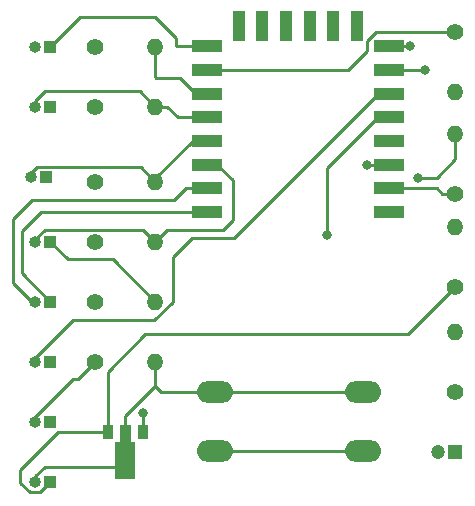
<source format=gbr>
%TF.GenerationSoftware,KiCad,Pcbnew,(5.1.10)-1*%
%TF.CreationDate,2023-02-11T08:53:15-05:00*%
%TF.ProjectId,Optitest,4f707469-7465-4737-942e-6b696361645f,rev?*%
%TF.SameCoordinates,Original*%
%TF.FileFunction,Copper,L1,Top*%
%TF.FilePolarity,Positive*%
%FSLAX46Y46*%
G04 Gerber Fmt 4.6, Leading zero omitted, Abs format (unit mm)*
G04 Created by KiCad (PCBNEW (5.1.10)-1) date 2023-02-11 08:53:15*
%MOMM*%
%LPD*%
G01*
G04 APERTURE LIST*
%TA.AperFunction,SMDPad,CuDef*%
%ADD10R,2.500000X1.100000*%
%TD*%
%TA.AperFunction,SMDPad,CuDef*%
%ADD11R,1.100000X2.500000*%
%TD*%
%TA.AperFunction,ComponentPad*%
%ADD12R,1.200000X1.200000*%
%TD*%
%TA.AperFunction,ComponentPad*%
%ADD13C,1.200000*%
%TD*%
%TA.AperFunction,ComponentPad*%
%ADD14C,1.400000*%
%TD*%
%TA.AperFunction,ComponentPad*%
%ADD15O,1.400000X1.400000*%
%TD*%
%TA.AperFunction,ComponentPad*%
%ADD16R,1.000000X1.000000*%
%TD*%
%TA.AperFunction,ComponentPad*%
%ADD17O,1.000000X1.000000*%
%TD*%
%TA.AperFunction,SMDPad,CuDef*%
%ADD18R,0.900000X1.300000*%
%TD*%
%TA.AperFunction,SMDPad,CuDef*%
%ADD19C,0.100000*%
%TD*%
%TA.AperFunction,ComponentPad*%
%ADD20O,3.048000X1.850000*%
%TD*%
%TA.AperFunction,ViaPad*%
%ADD21C,0.800000*%
%TD*%
%TA.AperFunction,Conductor*%
%ADD22C,0.250000*%
%TD*%
G04 APERTURE END LIST*
D10*
%TO.P,U1,1*%
%TO.N,Net-(U1-Pad1)*%
X126430000Y-81280000D03*
%TO.P,U1,2*%
%TO.N,/To_ADC_2*%
X126430000Y-79280000D03*
%TO.P,U1,3*%
%TO.N,VCC*%
X126430000Y-77280000D03*
%TO.P,U1,4*%
%TO.N,Net-(U1-Pad4)*%
X126430000Y-75280000D03*
%TO.P,U1,5*%
%TO.N,/Buzzer_1*%
X126430000Y-73280000D03*
%TO.P,U1,6*%
%TO.N,/INF*%
X126430000Y-71280000D03*
%TO.P,U1,7*%
%TO.N,/CONF*%
X126430000Y-69280000D03*
%TO.P,U1,8*%
%TO.N,VCC*%
X126430000Y-67280000D03*
%TO.P,U1,9*%
%TO.N,GND*%
X111030000Y-67280000D03*
%TO.P,U1,10*%
%TO.N,/To_R5*%
X111030000Y-69280000D03*
%TO.P,U1,11*%
%TO.N,/EXCELENTE*%
X111030000Y-71280000D03*
%TO.P,U1,12*%
%TO.N,/BUENO*%
X111030000Y-73280000D03*
%TO.P,U1,13*%
%TO.N,/REGULAR*%
X111030000Y-75280000D03*
%TO.P,U1,14*%
%TO.N,/MALO*%
X111030000Y-77280000D03*
%TO.P,U1,15*%
%TO.N,/RXD*%
X111030000Y-79280000D03*
%TO.P,U1,16*%
%TO.N,/TXD*%
X111030000Y-81280000D03*
D11*
%TO.P,U1,17*%
%TO.N,Net-(U1-Pad17)*%
X123740000Y-65580000D03*
%TO.P,U1,18*%
%TO.N,Net-(U1-Pad18)*%
X121740000Y-65580000D03*
%TO.P,U1,19*%
%TO.N,Net-(U1-Pad19)*%
X119740000Y-65580000D03*
%TO.P,U1,20*%
%TO.N,Net-(U1-Pad20)*%
X117740000Y-65580000D03*
%TO.P,U1,21*%
%TO.N,Net-(U1-Pad21)*%
X115740000Y-65580000D03*
%TO.P,U1,22*%
%TO.N,Net-(U1-Pad22)*%
X113740000Y-65580000D03*
%TD*%
D12*
%TO.P,C1,1*%
%TO.N,VCC*%
X132080000Y-101600000D03*
D13*
%TO.P,C1,2*%
%TO.N,GND*%
X130580000Y-101600000D03*
%TD*%
D14*
%TO.P,R1,1*%
%TO.N,VCC*%
X101600000Y-83820000D03*
D15*
%TO.P,R1,2*%
%TO.N,/MALO*%
X106680000Y-83820000D03*
%TD*%
%TO.P,R2,2*%
%TO.N,/REGULAR*%
X106680000Y-78740000D03*
D14*
%TO.P,R2,1*%
%TO.N,VCC*%
X101600000Y-78740000D03*
%TD*%
%TO.P,R3,1*%
%TO.N,VCC*%
X101600000Y-72390000D03*
D15*
%TO.P,R3,2*%
%TO.N,/BUENO*%
X106680000Y-72390000D03*
%TD*%
%TO.P,R4,2*%
%TO.N,/EXCELENTE*%
X106680000Y-67310000D03*
D14*
%TO.P,R4,1*%
%TO.N,VCC*%
X101600000Y-67310000D03*
%TD*%
D15*
%TO.P,R5,2*%
%TO.N,/CONF*%
X132080000Y-91440000D03*
D14*
%TO.P,R5,1*%
%TO.N,VCC*%
X132080000Y-96520000D03*
%TD*%
%TO.P,R6,1*%
%TO.N,/To_R5*%
X132080000Y-66040000D03*
D15*
%TO.P,R6,2*%
%TO.N,GND*%
X132080000Y-71120000D03*
%TD*%
D14*
%TO.P,R7,1*%
%TO.N,Net-(D1-Pad1)*%
X101600000Y-88900000D03*
D15*
%TO.P,R7,2*%
%TO.N,GND*%
X106680000Y-88900000D03*
%TD*%
%TO.P,R8,2*%
%TO.N,GND*%
X106680000Y-93980000D03*
D14*
%TO.P,R8,1*%
%TO.N,Net-(BZ1-Pad2)*%
X101600000Y-93980000D03*
%TD*%
%TO.P,R9,1*%
%TO.N,/BAT*%
X132080000Y-87630000D03*
D15*
%TO.P,R9,2*%
%TO.N,/To_ADC_2*%
X132080000Y-82550000D03*
%TD*%
%TO.P,R10,2*%
%TO.N,GND*%
X132080000Y-74660000D03*
D14*
%TO.P,R10,1*%
%TO.N,/To_ADC_2*%
X132080000Y-79740000D03*
%TD*%
D16*
%TO.P,J5,1*%
%TO.N,/TXD*%
X97790000Y-88900000D03*
D17*
%TO.P,J5,2*%
%TO.N,/RXD*%
X96520000Y-88900000D03*
%TD*%
D18*
%TO.P,U2,1*%
%TO.N,VCC*%
X105640000Y-99950000D03*
%TO.P,U2,3*%
%TO.N,/BAT*%
X102640000Y-99950000D03*
%TA.AperFunction,SMDPad,CuDef*%
D19*
%TO.P,U2,2*%
%TO.N,GND*%
G36*
X103273500Y-103900000D02*
G01*
X103273500Y-100775000D01*
X103690000Y-100775000D01*
X103690000Y-99300000D01*
X104590000Y-99300000D01*
X104590000Y-100775000D01*
X105006500Y-100775000D01*
X105006500Y-103900000D01*
X103273500Y-103900000D01*
G37*
%TD.AperFunction*%
%TD*%
D17*
%TO.P,BZ1,2*%
%TO.N,Net-(BZ1-Pad2)*%
X96520000Y-99060000D03*
D16*
%TO.P,BZ1,1*%
%TO.N,/Buzzer_1*%
X97790000Y-99060000D03*
%TD*%
%TO.P,D1,1*%
%TO.N,Net-(D1-Pad1)*%
X97790000Y-93980000D03*
D17*
%TO.P,D1,2*%
%TO.N,/INF*%
X96520000Y-93980000D03*
%TD*%
D16*
%TO.P,J1,1*%
%TO.N,GND*%
X97790000Y-83820000D03*
D17*
%TO.P,J1,2*%
%TO.N,/MALO*%
X96520000Y-83820000D03*
%TD*%
%TO.P,J2,2*%
%TO.N,/REGULAR*%
X96175001Y-78335001D03*
D16*
%TO.P,J2,1*%
%TO.N,GND*%
X97445001Y-78335001D03*
%TD*%
%TO.P,J3,1*%
%TO.N,GND*%
X97790000Y-72390000D03*
D17*
%TO.P,J3,2*%
%TO.N,/BUENO*%
X96520000Y-72390000D03*
%TD*%
%TO.P,J4,2*%
%TO.N,/EXCELENTE*%
X96520000Y-67310000D03*
D16*
%TO.P,J4,1*%
%TO.N,GND*%
X97790000Y-67310000D03*
%TD*%
%TO.P,J6,1*%
%TO.N,/BAT*%
X97790000Y-104140000D03*
D17*
%TO.P,J6,2*%
%TO.N,GND*%
X96520000Y-104140000D03*
%TD*%
D20*
%TO.P,SW5,1*%
%TO.N,GND*%
X124260000Y-96520000D03*
%TO.P,SW5,2*%
%TO.N,Net-(SW5-Pad2)*%
X124260000Y-101520000D03*
%TO.P,SW5,1*%
%TO.N,GND*%
X111760000Y-96520000D03*
%TO.P,SW5,2*%
%TO.N,Net-(SW5-Pad2)*%
X111760000Y-101520000D03*
%TD*%
D21*
%TO.N,/Buzzer_1*%
X121243700Y-83219900D03*
%TO.N,VCC*%
X105640000Y-98334900D03*
X128280100Y-67280000D03*
X124579900Y-77280000D03*
%TO.N,GND*%
X128929800Y-78404900D03*
%TO.N,/CONF*%
X129510900Y-69280000D03*
%TD*%
D22*
%TO.N,/Buzzer_1*%
X121243700Y-83219900D02*
X121243700Y-77589600D01*
X121243700Y-77589600D02*
X125553200Y-73280000D01*
X125553200Y-73280000D02*
X125730000Y-73280000D01*
%TO.N,Net-(BZ1-Pad2)*%
X96520000Y-99060000D02*
X96520000Y-98630200D01*
X96520000Y-98630200D02*
X99695000Y-95455200D01*
X99695000Y-95455200D02*
X100124800Y-95455200D01*
X100124800Y-95455200D02*
X101600000Y-93980000D01*
%TO.N,VCC*%
X105640000Y-98334900D02*
X105640000Y-99950000D01*
X128280100Y-67280000D02*
X125730000Y-67280000D01*
X124579900Y-77280000D02*
X125730000Y-77280000D01*
%TO.N,GND*%
X106680000Y-88900000D02*
X103075200Y-85295200D01*
X103075200Y-85295200D02*
X99265200Y-85295200D01*
X99265200Y-85295200D02*
X97790000Y-83820000D01*
X132080000Y-74660000D02*
X132080000Y-76817400D01*
X132080000Y-76817400D02*
X130492500Y-78404900D01*
X130492500Y-78404900D02*
X128929800Y-78404900D01*
X124260000Y-96520000D02*
X111760000Y-96520000D01*
X104140000Y-100037500D02*
X104140000Y-102864800D01*
X104140000Y-102864800D02*
X97313800Y-102864800D01*
X97313800Y-102864800D02*
X96520000Y-103658600D01*
X96520000Y-103658600D02*
X96520000Y-104140000D01*
X104140000Y-100037500D02*
X104140000Y-98609900D01*
X104140000Y-98609900D02*
X106680000Y-96069900D01*
X111760000Y-96520000D02*
X107130100Y-96520000D01*
X107130100Y-96520000D02*
X106680000Y-96069900D01*
X106680000Y-93980000D02*
X106680000Y-96069900D01*
X108457700Y-67280000D02*
X111730000Y-67280000D01*
X108457700Y-67280000D02*
X108457700Y-66547700D01*
X108457700Y-66547700D02*
X106680000Y-64770000D01*
X100330000Y-64770000D02*
X97790000Y-67310000D01*
X106680000Y-64770000D02*
X100330000Y-64770000D01*
%TO.N,/INF*%
X125730000Y-71280000D02*
X125553200Y-71280000D01*
X125553200Y-71280000D02*
X113338300Y-83494900D01*
X113338300Y-83494900D02*
X109764200Y-83494900D01*
X109764200Y-83494900D02*
X108176700Y-85082400D01*
X108176700Y-85082400D02*
X108176700Y-88897200D01*
X108176700Y-88897200D02*
X106589200Y-90484700D01*
X106589200Y-90484700D02*
X99695000Y-90484700D01*
X99695000Y-90484700D02*
X96520000Y-93659700D01*
X96520000Y-93659700D02*
X96520000Y-93980000D01*
%TO.N,/MALO*%
X106680000Y-83820000D02*
X105654900Y-82794900D01*
X105654900Y-82794900D02*
X97313800Y-82794900D01*
X97313800Y-82794900D02*
X96520000Y-83588700D01*
X96520000Y-83588700D02*
X96520000Y-83820000D01*
X106680000Y-83820000D02*
X107705100Y-82794900D01*
X107705100Y-82794900D02*
X112453700Y-82794900D01*
X112453700Y-82794900D02*
X113247500Y-82001200D01*
X113247500Y-82001200D02*
X113247500Y-78620700D01*
X113247500Y-78620700D02*
X111906800Y-77280000D01*
X111906800Y-77280000D02*
X111730000Y-77280000D01*
%TO.N,/REGULAR*%
X106680000Y-78740000D02*
X105449900Y-77509900D01*
X105449900Y-77509900D02*
X96675000Y-77509900D01*
X96675000Y-77509900D02*
X96175000Y-78009900D01*
X96175000Y-78009900D02*
X96175000Y-78335000D01*
X106680000Y-78740000D02*
X106680000Y-78455000D01*
X106680000Y-78455000D02*
X109855000Y-75280000D01*
X109855000Y-75280000D02*
X111730000Y-75280000D01*
%TO.N,/BUENO*%
X106680000Y-72390000D02*
X105387400Y-71097400D01*
X105387400Y-71097400D02*
X97313800Y-71097400D01*
X97313800Y-71097400D02*
X96520000Y-71891200D01*
X96520000Y-71891200D02*
X96520000Y-72390000D01*
X106680000Y-72390000D02*
X107705100Y-72390000D01*
X107705100Y-72390000D02*
X108595100Y-73280000D01*
X108595100Y-73280000D02*
X111730000Y-73280000D01*
%TO.N,/EXCELENTE*%
X108805100Y-69931800D02*
X110153200Y-71280000D01*
X110153200Y-71280000D02*
X111730000Y-71280000D01*
X108805100Y-69931800D02*
X106761800Y-69931800D01*
X106680000Y-69850000D02*
X106680000Y-67310000D01*
X106761800Y-69931800D02*
X106680000Y-69850000D01*
%TO.N,/TXD*%
X111730000Y-81280000D02*
X96968700Y-81280000D01*
X96968700Y-81280000D02*
X95381200Y-82867500D01*
X95381200Y-82867500D02*
X95381200Y-86491200D01*
X95381200Y-86491200D02*
X97790000Y-88900000D01*
%TO.N,/RXD*%
X111730000Y-79280000D02*
X109274100Y-79280000D01*
X109274100Y-79280000D02*
X108256600Y-80297500D01*
X108256600Y-80297500D02*
X96205600Y-80297500D01*
X96205600Y-80297500D02*
X94618100Y-81885000D01*
X94618100Y-81885000D02*
X94618100Y-87312500D01*
X94618100Y-87312500D02*
X96205600Y-88900000D01*
X96205600Y-88900000D02*
X96520000Y-88900000D01*
%TO.N,/BAT*%
X102640000Y-99950000D02*
X102640000Y-94805500D01*
X102640000Y-94805500D02*
X105815000Y-91630500D01*
X105815000Y-91630500D02*
X128079500Y-91630500D01*
X128079500Y-91630500D02*
X132080000Y-87630000D01*
X102640000Y-99950000D02*
X98419800Y-99950000D01*
X98419800Y-99950000D02*
X95244800Y-103125000D01*
X95244800Y-103125000D02*
X95244800Y-104251400D01*
X95244800Y-104251400D02*
X96038600Y-105045200D01*
X96038600Y-105045200D02*
X96884800Y-105045200D01*
X96884800Y-105045200D02*
X97790000Y-104140000D01*
%TO.N,Net-(SW5-Pad2)*%
X111760000Y-101520000D02*
X124260000Y-101520000D01*
%TO.N,/To_ADC_2*%
X132080000Y-79740000D02*
X130983100Y-79740000D01*
X130983100Y-79740000D02*
X130523100Y-79280000D01*
X130523100Y-79280000D02*
X125730000Y-79280000D01*
%TO.N,/CONF*%
X129510900Y-69280000D02*
X125730000Y-69280000D01*
%TO.N,/To_R5*%
X111730000Y-69280000D02*
X123027600Y-69280000D01*
X125408900Y-66040000D02*
X132080000Y-66040000D01*
X124615100Y-66833800D02*
X125408900Y-66040000D01*
X124615100Y-67692500D02*
X124615100Y-66833800D01*
X123027600Y-69280000D02*
X124615100Y-67692500D01*
%TD*%
M02*

</source>
